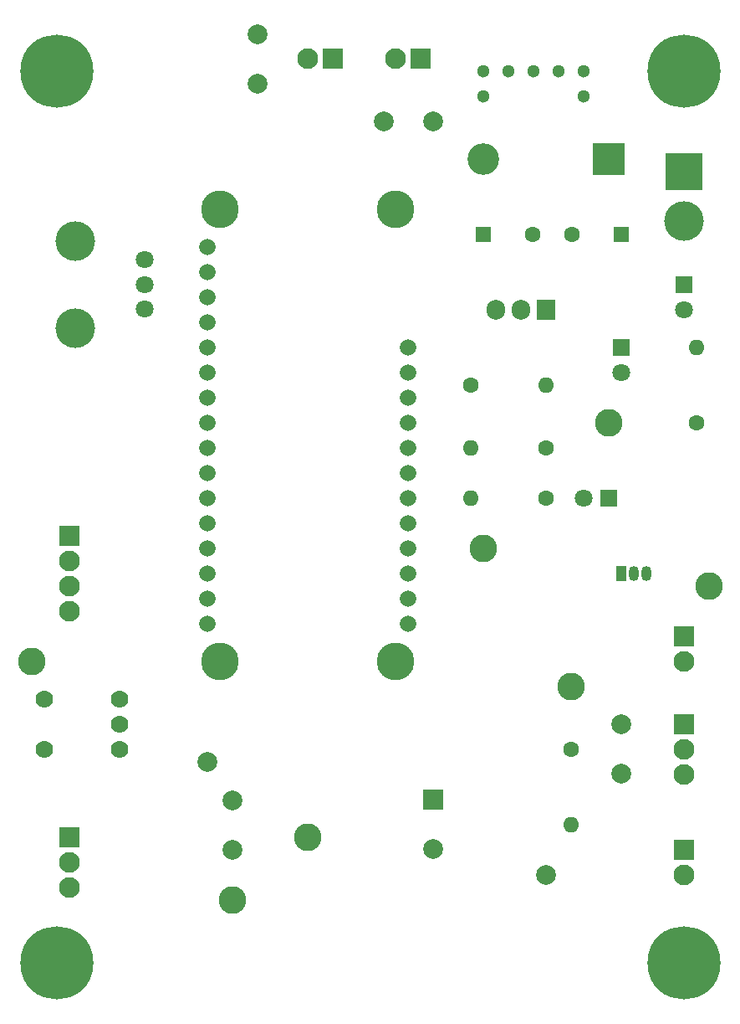
<source format=gbr>
G04 #@! TF.GenerationSoftware,KiCad,Pcbnew,(5.1.4)-1*
G04 #@! TF.CreationDate,2020-04-17T07:07:23-04:00*
G04 #@! TF.ProjectId,CameraTriggerSensorNodeOnly,43616d65-7261-4547-9269-676765725365,rev?*
G04 #@! TF.SameCoordinates,Original*
G04 #@! TF.FileFunction,Soldermask,Bot*
G04 #@! TF.FilePolarity,Negative*
%FSLAX46Y46*%
G04 Gerber Fmt 4.6, Leading zero omitted, Abs format (unit mm)*
G04 Created by KiCad (PCBNEW (5.1.4)-1) date 2020-04-17 07:07:23*
%MOMM*%
%LPD*%
G04 APERTURE LIST*
%ADD10C,4.000000*%
%ADD11C,1.800000*%
%ADD12C,3.810000*%
%ADD13C,1.665000*%
%ADD14C,2.100000*%
%ADD15R,2.100000X2.100000*%
%ADD16O,1.905000X2.000000*%
%ADD17R,1.905000X2.000000*%
%ADD18C,2.800000*%
%ADD19C,2.000000*%
%ADD20C,1.778000*%
%ADD21C,1.300000*%
%ADD22O,1.600000X1.600000*%
%ADD23C,1.600000*%
%ADD24R,1.050000X1.500000*%
%ADD25O,1.050000X1.500000*%
%ADD26R,3.800000X3.800000*%
%ADD27C,7.400000*%
%ADD28R,1.800000X1.800000*%
%ADD29O,3.200000X3.200000*%
%ADD30R,3.200000X3.200000*%
%ADD31R,1.600000X1.600000*%
%ADD32R,2.000000X2.000000*%
G04 APERTURE END LIST*
D10*
X92060000Y-55250000D03*
X92060000Y-64050000D03*
D11*
X99060000Y-57150000D03*
X99060000Y-59650000D03*
X99060000Y-62150000D03*
D12*
X124460000Y-97790000D03*
X106680000Y-97790000D03*
X124460000Y-52070000D03*
X106680000Y-52070000D03*
D13*
X105410000Y-55880000D03*
X105410000Y-58420000D03*
X105410000Y-60960000D03*
X105410000Y-63500000D03*
X105410000Y-66040000D03*
X105410000Y-68580000D03*
X105410000Y-71120000D03*
X105410000Y-73660000D03*
X105410000Y-76200000D03*
X105410000Y-78740000D03*
X105410000Y-81280000D03*
X105410000Y-83820000D03*
X105410000Y-86360000D03*
X105410000Y-88900000D03*
X105410000Y-91440000D03*
X105410000Y-93980000D03*
X125730000Y-93980000D03*
X125730000Y-91440000D03*
X125730000Y-88900000D03*
X125730000Y-86360000D03*
X125730000Y-83820000D03*
X125730000Y-81280000D03*
X125730000Y-78740000D03*
X125730000Y-76200000D03*
X125730000Y-73660000D03*
X125730000Y-71120000D03*
X125730000Y-68580000D03*
X125730000Y-66040000D03*
D14*
X91440000Y-92710000D03*
X91440000Y-90170000D03*
X91440000Y-87630000D03*
D15*
X91440000Y-85090000D03*
D16*
X134620000Y-62230000D03*
X137160000Y-62230000D03*
D17*
X139700000Y-62230000D03*
D18*
X87630000Y-97790000D03*
X146050000Y-73660000D03*
X133350000Y-86360000D03*
X107950000Y-121920000D03*
X156210000Y-90170000D03*
X142240000Y-100330000D03*
X115570000Y-115570000D03*
D19*
X139700000Y-119380000D03*
D20*
X96520000Y-106680000D03*
X96520000Y-104140000D03*
X96520000Y-101600000D03*
X88900000Y-101600000D03*
X88900000Y-106680000D03*
D21*
X140970000Y-38100000D03*
X138430000Y-38100000D03*
X135890000Y-38100000D03*
X143510000Y-38100000D03*
X133350000Y-38100000D03*
X143510000Y-40640000D03*
X133350000Y-40640000D03*
D22*
X142240000Y-114300000D03*
D23*
X142240000Y-106680000D03*
D22*
X139700000Y-69850000D03*
D23*
X132080000Y-69850000D03*
D22*
X154940000Y-66040000D03*
D23*
X154940000Y-73660000D03*
D22*
X132080000Y-76200000D03*
D23*
X139700000Y-76200000D03*
D22*
X132080000Y-81280000D03*
D23*
X139700000Y-81280000D03*
D24*
X147320000Y-88900000D03*
D25*
X149860000Y-88900000D03*
X148590000Y-88900000D03*
D14*
X124460000Y-36830000D03*
D15*
X127000000Y-36830000D03*
D14*
X115570000Y-36830000D03*
D15*
X118110000Y-36830000D03*
D14*
X153670000Y-109220000D03*
X153670000Y-106680000D03*
D15*
X153670000Y-104140000D03*
D14*
X153670000Y-97790000D03*
D15*
X153670000Y-95250000D03*
D14*
X91440000Y-120650000D03*
X91440000Y-118110000D03*
D15*
X91440000Y-115570000D03*
D14*
X153670000Y-119380000D03*
D15*
X153670000Y-116840000D03*
D10*
X153670000Y-53260000D03*
D26*
X153670000Y-48260000D03*
D27*
X90170000Y-128270000D03*
X153670000Y-38100000D03*
X90170000Y-38100000D03*
X153670000Y-128270000D03*
D19*
X105410000Y-107950000D03*
D11*
X153670000Y-62230000D03*
D28*
X153670000Y-59690000D03*
D29*
X133350000Y-46990000D03*
D30*
X146050000Y-46990000D03*
D11*
X147320000Y-68580000D03*
D28*
X147320000Y-66040000D03*
D11*
X143510000Y-81280000D03*
D28*
X146050000Y-81280000D03*
D19*
X110490000Y-34370000D03*
X110490000Y-39370000D03*
X107950000Y-111840000D03*
X107950000Y-116840000D03*
X147320000Y-109140000D03*
X147320000Y-104140000D03*
X123270000Y-43180000D03*
X128270000Y-43180000D03*
D23*
X138350000Y-54610000D03*
D31*
X133350000Y-54610000D03*
D23*
X142320000Y-54610000D03*
D31*
X147320000Y-54610000D03*
D19*
X128270000Y-116760000D03*
D32*
X128270000Y-111760000D03*
M02*

</source>
